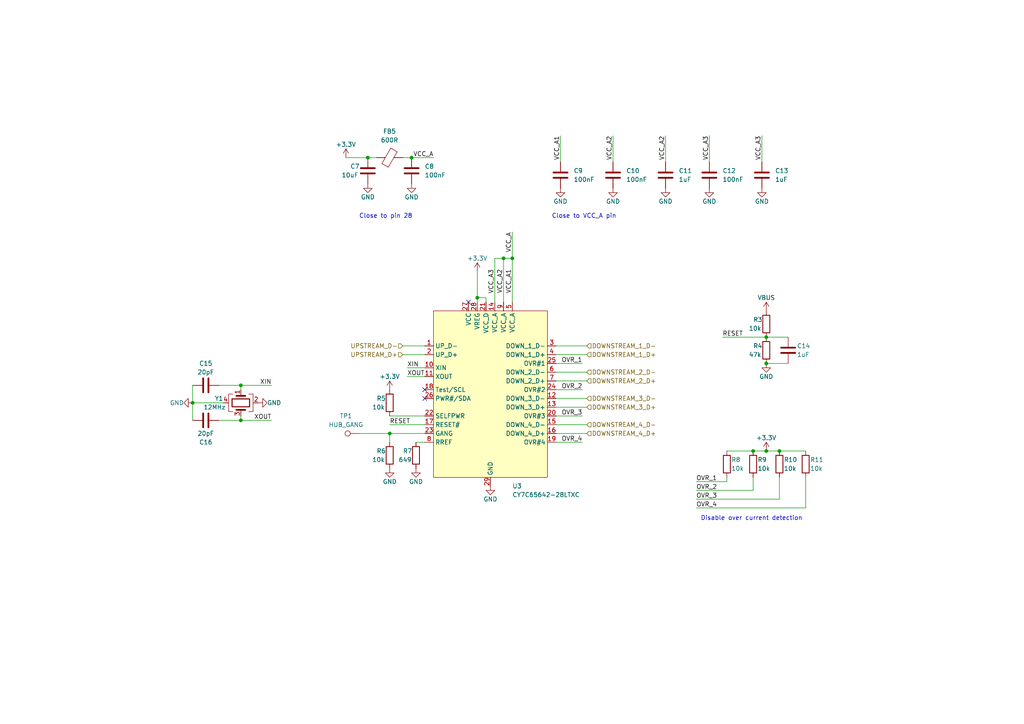
<source format=kicad_sch>
(kicad_sch (version 20211123) (generator eeschema)
  (paper "A4")
  (lib_symbols
    (symbol "Connector:TestPoint" (pin_numbers hide) (pin_names (offset 0.762) hide)
      (property "Reference" "TP" (at 0 6.858 0))
      (property "Value" "TestPoint" (at 0 5.08 0))
      (symbol "TestPoint_0_1"
        (circle (center 0 3.302) (radius 0.762))
      )
      (symbol "TestPoint_1_1"
        (pin passive line (at 0 0 90) (length 2.54) (name "1") (number "1"))
      )
    )
    (symbol "Device:C" (pin_numbers hide) (pin_names (offset 0.254))
      (property "Reference" "C" (at 0.635 2.54 0))
      (property "Value" "C" (at 0.635 -2.54 0))
      (symbol "C_0_1"
        (polyline (pts (xy -2.032 -0.762) (xy 2.032 -0.762)) (stroke (width 0.508)))
        (polyline (pts (xy -2.032 0.762) (xy 2.032 0.762)) (stroke (width 0.508)))
      )
      (symbol "C_1_1"
        (pin passive line (at 0 3.81 270) (length 2.794) (name "~") (number "1"))
        (pin passive line (at 0 -3.81 90) (length 2.794) (name "~") (number "2"))
      )
    )
    (symbol "Device:Crystal_GND24" (pin_names (offset 1.016) hide)
      (property "Reference" "Y" (at 3.175 5.08 0))
      (property "Value" "Crystal_GND24" (at 3.175 3.175 0))
      (symbol "Crystal_GND24_0_1"
        (rectangle (start -1.143 2.54) (end 1.143 -2.54) (stroke (width 0.3048)))
        (polyline (pts (xy -2.54 0) (xy -2.032 0)))
        (polyline (pts (xy -2.032 -1.27) (xy -2.032 1.27)) (stroke (width 0.508)))
        (polyline (pts (xy 0 -3.81) (xy 0 -3.556)))
        (polyline (pts (xy 0 3.556) (xy 0 3.81)))
        (polyline (pts (xy 2.032 -1.27) (xy 2.032 1.27)) (stroke (width 0.508)))
        (polyline (pts (xy 2.032 0) (xy 2.54 0)))
        (polyline (pts (xy -2.54 -2.286) (xy -2.54 -3.556) (xy 2.54 -3.556) (xy 2.54 -2.286)))
        (polyline (pts (xy -2.54 2.286) (xy -2.54 3.556) (xy 2.54 3.556) (xy 2.54 2.286)))
      )
      (symbol "Crystal_GND24_1_1"
        (pin passive line (at -3.81 0 0) (length 1.27) (name "1") (number "1"))
        (pin passive line (at 0 5.08 270) (length 1.27) (name "2") (number "2"))
        (pin passive line (at 3.81 0 180) (length 1.27) (name "3") (number "3"))
        (pin passive line (at 0 -5.08 90) (length 1.27) (name "4") (number "4"))
      )
    )
    (symbol "Device:FerriteBead" (pin_numbers hide) (pin_names (offset 0))
      (property "Reference" "FB" (at -3.81 0.635 90))
      (property "Value" "FerriteBead" (at 3.81 0 90))
      (symbol "FerriteBead_0_1"
        (polyline (pts (xy 0 -1.27) (xy 0 -1.2192)))
        (polyline (pts (xy 0 1.27) (xy 0 1.2954)))
        (polyline (pts (xy -2.7686 0.4064) (xy -1.7018 2.2606) (xy 2.7686 -0.3048) (xy 1.6764 -2.159) (xy -2.7686 0.4064)))
      )
      (symbol "FerriteBead_1_1"
        (pin passive line (at 0 3.81 270) (length 2.54) (name "~") (number "1"))
        (pin passive line (at 0 -3.81 90) (length 2.54) (name "~") (number "2"))
      )
    )
    (symbol "Device:R" (pin_numbers hide) (pin_names (offset 0))
      (property "Reference" "R" (at 2.032 0 90))
      (property "Value" "R" (at 0 0 90))
      (symbol "R_0_1"
        (rectangle (start -1.016 -2.54) (end 1.016 2.54) (stroke (width 0.254)))
      )
      (symbol "R_1_1"
        (pin passive line (at 0 3.81 270) (length 1.27) (name "~") (number "1"))
        (pin passive line (at 0 -3.81 90) (length 1.27) (name "~") (number "2"))
      )
    )
    (symbol "keypad:CY7C65642-28LTXC"
      (property "Reference" "U?" (at 6.35 -26.67 0))
      (property "Value" "CY7C65642-28LTXC" (at 15.24 -29.21 0))
      (symbol "CY7C65642-28LTXC_0_0"
        (pin tri_state line (at -19.05 13.97 0) (length 2.54) (name "UP_D-") (number "1"))
        (pin input line (at -19.05 7.62 0) (length 2.54) (name "XIN") (number "10"))
        (pin output line (at -19.05 5.08 0) (length 2.54) (name "XOUT") (number "11"))
        (pin tri_state line (at 19.05 -1.27 180) (length 2.54) (name "DOWN_3_D-") (number "12"))
        (pin tri_state line (at 19.05 -3.81 180) (length 2.54) (name "DOWN_3_D+") (number "13"))
        (pin power_in line (at 1.27 26.67 270) (length 2.54) (name "VCC_A") (number "14"))
        (pin tri_state line (at 19.05 -8.89 180) (length 2.54) (name "DOWN_4_D-") (number "15"))
        (pin tri_state line (at 19.05 -11.43 180) (length 2.54) (name "DOWN_4_D+") (number "16"))
        (pin input line (at -19.05 -8.89 0) (length 2.54) (name "RESET#") (number "17"))
        (pin bidirectional line (at -19.05 1.27 0) (length 2.54) (name "Test/SCL") (number "18"))
        (pin input line (at 19.05 -13.97 180) (length 2.54) (name "OVR#4") (number "19"))
        (pin tri_state line (at -19.05 11.43 0) (length 2.54) (name "UP_D+") (number "2"))
        (pin input line (at 19.05 -6.35 180) (length 2.54) (name "OVR#3") (number "20"))
        (pin power_in line (at -1.27 26.67 270) (length 2.54) (name "VCC_D") (number "21"))
        (pin input line (at -19.05 -6.35 0) (length 2.54) (name "SELFPWR") (number "22"))
        (pin bidirectional line (at -19.05 -11.43 0) (length 2.54) (name "GANG") (number "23"))
        (pin input line (at 19.05 1.27 180) (length 2.54) (name "OVR#2") (number "24"))
        (pin input line (at 19.05 8.89 180) (length 2.54) (name "OVR#1") (number "25"))
        (pin bidirectional line (at -19.05 -1.27 0) (length 2.54) (name "PWR#/SDA") (number "26"))
        (pin power_in line (at -6.35 26.67 270) (length 2.54) (name "VCC") (number "27"))
        (pin power_in line (at -3.81 26.67 270) (length 2.54) (name "VREG") (number "28"))
        (pin power_in line (at 0 -26.67 90) (length 2.54) (name "GND") (number "29"))
        (pin tri_state line (at 19.05 13.97 180) (length 2.54) (name "DOWN_1_D-") (number "3"))
        (pin tri_state line (at 19.05 11.43 180) (length 2.54) (name "DOWN_1_D+") (number "4"))
        (pin power_in line (at 6.35 26.67 270) (length 2.54) (name "VCC_A") (number "5"))
        (pin tri_state line (at 19.05 6.35 180) (length 2.54) (name "DOWN_2_D-") (number "6"))
        (pin tri_state line (at 19.05 3.81 180) (length 2.54) (name "DOWN_2_D+") (number "7"))
        (pin bidirectional line (at -19.05 -13.97 0) (length 2.54) (name "RREF") (number "8"))
        (pin power_in line (at 3.81 26.67 270) (length 2.54) (name "VCC_A") (number "9"))
      )
      (symbol "CY7C65642-28LTXC_0_1"
        (rectangle (start -16.51 24.13) (end 16.51 -24.13) (fill (type background)))
      )
    )
    (symbol "power:+3.3V" (power) (pin_names (offset 0))
      (property "Value" "+3.3V" (at 0 3.556 0))
      (symbol "+3.3V_0_1"
        (polyline (pts (xy -0.762 1.27) (xy 0 2.54)))
        (polyline (pts (xy 0 0) (xy 0 2.54)))
        (polyline (pts (xy 0 2.54) (xy 0.762 1.27)))
      )
      (symbol "+3.3V_1_1"
        (pin power_in line (at 0 0 90) (length 0) hide (name "+3.3V") (number "1"))
      )
    )
    (symbol "power:GND" (power) (pin_names (offset 0))
      (property "Value" "GND" (at 0 -3.81 0))
      (symbol "GND_0_1"
        (polyline (pts (xy 0 0) (xy 0 -1.27) (xy 1.27 -1.27) (xy 0 -2.54) (xy -1.27 -1.27) (xy 0 -1.27)))
      )
      (symbol "GND_1_1"
        (pin power_in line (at 0 0 270) (length 0) hide (name "GND") (number "1"))
      )
    )
    (symbol "power:VBUS" (power) (pin_names (offset 0))
      (property "Value" "VBUS" (at 0 3.81 0))
      (symbol "VBUS_0_1"
        (polyline (pts (xy -0.762 1.27) (xy 0 2.54)))
        (polyline (pts (xy 0 0) (xy 0 2.54)))
        (polyline (pts (xy 0 2.54) (xy 0.762 1.27)))
      )
      (symbol "VBUS_1_1"
        (pin power_in line (at 0 0 90) (length 0) hide (name "VBUS") (number "1"))
      )
    )
  )
  (junction (at 222.25 130.81))
  (junction (at 69.85 121.92))
  (junction (at 218.44 130.81))
  (junction (at 222.25 97.79))
  (junction (at 148.59 74.93))
  (junction (at 113.03 125.73))
  (junction (at 119.38 45.72))
  (junction (at 55.88 116.84))
  (junction (at 138.43 86.36))
  (junction (at 222.25 105.41))
  (junction (at 226.06 130.81))
  (junction (at 146.05 74.93))
  (junction (at 69.85 111.76))
  (junction (at 106.68 45.72))
  (no_connect (at 123.19 113.03))
  (no_connect (at 135.89 87.63))
  (no_connect (at 123.19 115.57))
  (wire (pts (xy 146.05 74.93) (xy 146.05 87.63)))
  (wire (pts (xy 222.25 105.41) (xy 228.6 105.41)))
  (wire (pts (xy 209.55 97.79) (xy 222.25 97.79)))
  (wire (pts (xy 63.5 121.92) (xy 69.85 121.92)))
  (wire (pts (xy 170.18 123.19) (xy 161.29 123.19)))
  (wire (pts (xy 168.91 113.03) (xy 161.29 113.03)))
  (wire (pts (xy 205.74 39.37) (xy 205.74 46.99)))
  (wire (pts (xy 140.97 86.36) (xy 140.97 87.63)))
  (wire (pts (xy 118.11 109.22) (xy 123.19 109.22)))
  (wire (pts (xy 116.84 102.87) (xy 123.19 102.87)))
  (wire (pts (xy 218.44 142.24) (xy 218.44 138.43)))
  (wire (pts (xy 113.03 125.73) (xy 113.03 128.27)))
  (wire (pts (xy 170.18 102.87) (xy 161.29 102.87)))
  (wire (pts (xy 100.33 45.72) (xy 106.68 45.72)))
  (wire (pts (xy 143.51 74.93) (xy 146.05 74.93)))
  (wire (pts (xy 69.85 121.92) (xy 69.85 120.65)))
  (wire (pts (xy 78.74 111.76) (xy 69.85 111.76)))
  (wire (pts (xy 113.03 120.65) (xy 123.19 120.65)))
  (wire (pts (xy 120.65 128.27) (xy 123.19 128.27)))
  (wire (pts (xy 170.18 118.11) (xy 161.29 118.11)))
  (wire (pts (xy 63.5 111.76) (xy 69.85 111.76)))
  (wire (pts (xy 55.88 116.84) (xy 64.77 116.84)))
  (wire (pts (xy 55.88 116.84) (xy 55.88 121.92)))
  (wire (pts (xy 170.18 100.33) (xy 161.29 100.33)))
  (wire (pts (xy 220.98 39.37) (xy 220.98 46.99)))
  (wire (pts (xy 118.11 106.68) (xy 123.19 106.68)))
  (wire (pts (xy 226.06 144.78) (xy 226.06 138.43)))
  (wire (pts (xy 226.06 130.81) (xy 233.68 130.81)))
  (wire (pts (xy 201.93 144.78) (xy 226.06 144.78)))
  (wire (pts (xy 138.43 86.36) (xy 138.43 87.63)))
  (wire (pts (xy 201.93 147.32) (xy 233.68 147.32)))
  (wire (pts (xy 193.04 39.37) (xy 193.04 46.99)))
  (wire (pts (xy 69.85 111.76) (xy 69.85 113.03)))
  (wire (pts (xy 116.84 100.33) (xy 123.19 100.33)))
  (wire (pts (xy 113.03 123.19) (xy 123.19 123.19)))
  (wire (pts (xy 170.18 110.49) (xy 161.29 110.49)))
  (wire (pts (xy 138.43 86.36) (xy 138.43 78.74)))
  (wire (pts (xy 170.18 107.95) (xy 161.29 107.95)))
  (wire (pts (xy 104.14 125.73) (xy 113.03 125.73)))
  (wire (pts (xy 69.85 121.92) (xy 78.74 121.92)))
  (wire (pts (xy 148.59 74.93) (xy 148.59 87.63)))
  (wire (pts (xy 168.91 105.41) (xy 161.29 105.41)))
  (wire (pts (xy 162.56 39.37) (xy 162.56 46.99)))
  (wire (pts (xy 210.82 130.81) (xy 218.44 130.81)))
  (wire (pts (xy 170.18 125.73) (xy 161.29 125.73)))
  (wire (pts (xy 177.8 39.37) (xy 177.8 46.99)))
  (wire (pts (xy 168.91 120.65) (xy 161.29 120.65)))
  (wire (pts (xy 222.25 130.81) (xy 218.44 130.81)))
  (wire (pts (xy 210.82 139.7) (xy 210.82 138.43)))
  (wire (pts (xy 201.93 139.7) (xy 210.82 139.7)))
  (wire (pts (xy 222.25 97.79) (xy 228.6 97.79)))
  (wire (pts (xy 119.38 45.72) (xy 116.84 45.72)))
  (wire (pts (xy 138.43 86.36) (xy 140.97 86.36)))
  (wire (pts (xy 143.51 74.93) (xy 143.51 87.63)))
  (wire (pts (xy 233.68 147.32) (xy 233.68 138.43)))
  (wire (pts (xy 123.19 125.73) (xy 113.03 125.73)))
  (wire (pts (xy 168.91 128.27) (xy 161.29 128.27)))
  (wire (pts (xy 106.68 45.72) (xy 109.22 45.72)))
  (wire (pts (xy 201.93 142.24) (xy 218.44 142.24)))
  (wire (pts (xy 55.88 111.76) (xy 55.88 116.84)))
  (wire (pts (xy 148.59 67.31) (xy 148.59 74.93)))
  (wire (pts (xy 170.18 115.57) (xy 161.29 115.57)))
  (wire (pts (xy 146.05 74.93) (xy 148.59 74.93)))
  (wire (pts (xy 222.25 130.81) (xy 226.06 130.81)))
  (wire (pts (xy 125.73 45.72) (xy 119.38 45.72)))
  (text "Disable over current detection" (at 203.2 151.13 0) (effects (font (size 1.27 1.27)) (justify left bottom)))
  (text "Close to pin 28" (at 104.14 63.5 0) (effects (font (size 1.27 1.27)) (justify left bottom)))
  (text "Close to VCC_A pin" (at 160.02 63.5 0) (effects (font (size 1.27 1.27)) (justify left bottom)))
  (label "VCC_A1" (at 148.59 85.09 90))
  (label "VCC_A1" (at 162.56 39.37 270))
  (label "OVR_4" (at 168.91 128.27 180))
  (label "VCC_A" (at 148.59 67.31 270))
  (label "VCC_A2" (at 146.05 85.09 90))
  (label "OVR_1" (at 168.91 105.41 180))
  (label "RESET" (at 113.03 123.19 0))
  (label "OVR_3" (at 168.91 120.65 180))
  (label "VCC_A3" (at 205.74 39.37 270))
  (label "OVR_4" (at 201.93 147.32 0))
  (label "XOUT" (at 78.74 121.92 180))
  (label "VCC_A3" (at 220.98 39.37 270))
  (label "XIN" (at 78.74 111.76 180))
  (label "XIN" (at 118.11 106.68 0))
  (label "OVR_1" (at 201.93 139.7 0))
  (label "XOUT" (at 118.11 109.22 0))
  (label "VCC_A3" (at 143.51 85.1546 90))
  (label "OVR_2" (at 201.93 142.24 0))
  (label "VCC_A2" (at 177.8 39.37 270))
  (label "OVR_3" (at 201.93 144.78 0))
  (label "OVR_2" (at 168.91 113.03 180))
  (label "VCC_A2" (at 193.04 39.37 270))
  (label "RESET" (at 209.55 97.79 0))
  (label "VCC_A" (at 125.73 45.72 180))
  (hierarchical_label "DOWNSTREAM_3_D+" (shape input) (at 170.18 118.11 0))
  (hierarchical_label "UPSTREAM_D+" (shape input) (at 116.84 102.87 180))
  (hierarchical_label "DOWNSTREAM_1_D-" (shape input) (at 170.18 100.33 0))
  (hierarchical_label "DOWNSTREAM_2_D-" (shape input) (at 170.18 107.95 0))
  (hierarchical_label "UPSTREAM_D-" (shape input) (at 116.84 100.33 180))
  (hierarchical_label "DOWNSTREAM_3_D-" (shape input) (at 170.18 115.57 0))
  (hierarchical_label "DOWNSTREAM_1_D+" (shape input) (at 170.18 102.87 0))
  (hierarchical_label "DOWNSTREAM_4_D+" (shape input) (at 170.18 125.73 0))
  (hierarchical_label "DOWNSTREAM_4_D-" (shape input) (at 170.18 123.19 0))
  (hierarchical_label "DOWNSTREAM_2_D+" (shape input) (at 170.18 110.49 0))
  (symbol (lib_id "Device:C") (at 119.38 49.53 0) (unit 1)
    (property "Reference" "C8" (at 123.19 48.2599 0) (effects (justify left)))
    (property "Value" "100nF" (at 123.19 50.7999 0) (effects (justify left)))
    (property "Footprint" "Capacitor_SMD:C_0402_1005Metric" (effects hide))
    (property "JLCPCB Part #" "C1525" (effects hide))
    (property "MFR. Part #" "CL05B104KO5NNNC" (effects hide))
  )
  (symbol (lib_id "power:GND") (at 119.38 53.34 0) (unit 1)
    (property "Reference" "#PWR0128" (effects hide))
    (property "Value" "GND" (at 119.38 57.15 0))
  )
  (symbol (lib_id "Device:C") (at 177.8 50.8 0) (unit 1)
    (property "Reference" "C10" (at 181.61 49.5299 0) (effects (justify left)))
    (property "Value" "100nF" (at 181.61 52.0699 0) (effects (justify left)))
    (property "Footprint" "Capacitor_SMD:C_0402_1005Metric" (effects hide))
    (property "JLCPCB Part #" "C1525" (effects hide))
    (property "MFR. Part #" "CL05B104KO5NNNC" (effects hide))
  )
  (symbol (lib_id "power:GND") (at 113.03 135.89 0) (unit 1)
    (property "Reference" "#PWR0137" (effects hide))
    (property "Value" "GND" (at 113.03 139.7 0))
  )
  (symbol (lib_id "power:GND") (at 55.88 116.84 270) (unit 1)
    (property "Reference" "#PWR0140" (effects hide))
    (property "Value" "GND" (at 53.34 116.84 90) (effects (justify right)))
  )
  (symbol (lib_id "Device:FerriteBead") (at 113.03 45.72 90) (unit 1)
    (property "Reference" "FB5" (at 112.9792 38.1 90))
    (property "Value" "600R" (at 112.9792 40.64 90))
    (property "Footprint" "Inductor_SMD:L_0805_2012Metric" (effects hide))
    (property "JLCPCB Part #" "C1017" (effects hide))
    (property "MFR. Part #" "GZ2012D601TF" (effects hide))
  )
  (symbol (lib_id "Device:R") (at 226.06 134.62 0) (unit 1)
    (property "Reference" "R10" (at 227.33 133.35 0) (effects (justify left)))
    (property "Value" "10k" (at 227.33 135.89 0) (effects (justify left)))
    (property "Footprint" "Resistor_SMD:R_0402_1005Metric" (effects hide))
    (property "JLCPCB Part #" "C25744" (effects hide))
    (property "MFR. Part #" "0402WGF1002TCE" (effects hide))
  )
  (symbol (lib_id "Device:R") (at 222.25 93.98 0) (unit 1)
    (property "Reference" "R3" (at 218.44 92.71 0) (effects (justify left)))
    (property "Value" "10k" (at 217.17 95.25 0) (effects (justify left)))
    (property "Footprint" "Resistor_SMD:R_0402_1005Metric" (effects hide))
    (property "JLCPCB Part #" "C25744" (effects hide))
    (property "MFR. Part #" "0402WGF1002TCE" (effects hide))
  )
  (symbol (lib_id "Device:R") (at 218.44 134.62 0) (unit 1)
    (property "Reference" "R9" (at 219.71 133.35 0) (effects (justify left)))
    (property "Value" "10k" (at 219.71 135.89 0) (effects (justify left)))
    (property "Footprint" "Resistor_SMD:R_0402_1005Metric" (effects hide))
    (property "JLCPCB Part #" "C25744" (effects hide))
    (property "MFR. Part #" "0402WGF1002TCE" (effects hide))
  )
  (symbol (lib_id "Device:C") (at 205.74 50.8 0) (unit 1)
    (property "Reference" "C12" (at 209.55 49.5299 0) (effects (justify left)))
    (property "Value" "100nF" (at 209.55 52.0699 0) (effects (justify left)))
    (property "Footprint" "Capacitor_SMD:C_0402_1005Metric" (effects hide))
    (property "JLCPCB Part #" "C1525" (effects hide))
    (property "MFR. Part #" "CL05B104KO5NNNC" (effects hide))
  )
  (symbol (lib_id "Device:R") (at 233.68 134.62 0) (unit 1)
    (property "Reference" "R11" (at 234.95 133.35 0) (effects (justify left)))
    (property "Value" "10k" (at 234.95 135.89 0) (effects (justify left)))
    (property "Footprint" "Resistor_SMD:R_0402_1005Metric" (effects hide))
    (property "JLCPCB Part #" "C25744" (effects hide))
    (property "MFR. Part #" "0402WGF1002TCE" (effects hide))
  )
  (symbol (lib_id "Device:R") (at 113.03 116.84 0) (unit 1)
    (property "Reference" "R5" (at 109.22 115.57 0) (effects (justify left)))
    (property "Value" "10k" (at 107.95 118.11 0) (effects (justify left)))
    (property "Footprint" "Resistor_SMD:R_0402_1005Metric" (effects hide))
    (property "JLCPCB Part #" "C25744" (effects hide))
    (property "MFR. Part #" "0402WGF1002TCE" (effects hide))
  )
  (symbol (lib_id "Device:C") (at 162.56 50.8 0) (unit 1)
    (property "Reference" "C9" (at 166.37 49.5299 0) (effects (justify left)))
    (property "Value" "100nF" (at 166.37 52.0699 0) (effects (justify left)))
    (property "Footprint" "Capacitor_SMD:C_0402_1005Metric" (effects hide))
    (property "JLCPCB Part #" "C1525" (effects hide))
    (property "MFR. Part #" "CL05B104KO5NNNC" (effects hide))
  )
  (symbol (lib_id "Device:Crystal_GND24") (at 69.85 116.84 270) (unit 1)
    (property "Reference" "Y1" (at 63.5 115.57 90))
    (property "Value" "12MHz" (at 62.23 118.11 90))
    (property "Footprint" "Crystal:Crystal_SMD_3225-4Pin_3.2x2.5mm" (effects hide))
    (property "JLCPCB Part #" "C9002" (effects hide))
    (property "MFR. Part #" "X322512MSB4SI" (effects hide))
  )
  (symbol (lib_id "power:+3.3V") (at 222.25 130.81 0) (unit 1)
    (property "Reference" "#PWR0125" (effects hide))
    (property "Value" "+3.3V" (at 222.25 127 0))
  )
  (symbol (lib_id "power:GND") (at 222.25 105.41 0) (unit 1)
    (property "Reference" "#PWR0126" (effects hide))
    (property "Value" "GND" (at 222.25 109.22 0))
  )
  (symbol (lib_id "Device:C") (at 59.69 111.76 90) (unit 1)
    (property "Reference" "C15" (at 59.69 105.41 90))
    (property "Value" "20pF" (at 59.69 107.95 90))
    (property "Footprint" "Capacitor_SMD:C_0402_1005Metric" (effects hide))
    (property "JLCPCB Part #" "C1554" (effects hide))
    (property "MFR. Part #" "0402CG200J500NT" (effects hide))
  )
  (symbol (lib_id "Connector:TestPoint") (at 104.14 125.73 90) (unit 1)
    (property "Reference" "TP1" (at 100.33 120.65 90))
    (property "Value" "HUB_GANG" (at 100.33 123.19 90))
    (property "Footprint" "TestPoint:TestPoint_Pad_D2.0mm" (effects hide))
  )
  (symbol (lib_id "power:+3.3V") (at 138.43 78.74 0) (unit 1)
    (property "Reference" "#PWR0127" (effects hide))
    (property "Value" "+3.3V" (at 138.43 74.93 0))
  )
  (symbol (lib_id "power:GND") (at 142.24 140.97 0) (unit 1)
    (property "Reference" "#PWR0136" (effects hide))
    (property "Value" "GND" (at 142.24 144.78 0))
  )
  (symbol (lib_id "power:+3.3V") (at 113.03 113.03 0) (unit 1)
    (property "Reference" "#PWR0141" (effects hide))
    (property "Value" "+3.3V" (at 113.03 109.22 0))
  )
  (symbol (lib_id "power:GND") (at 193.04 54.61 0) (unit 1)
    (property "Reference" "#PWR0135" (effects hide))
    (property "Value" "GND" (at 193.04 58.42 0))
  )
  (symbol (lib_id "Device:C") (at 106.68 49.53 0) (unit 1)
    (property "Reference" "C7" (at 101.6 48.26 0) (effects (justify left)))
    (property "Value" "10uF" (at 99.06 50.8 0) (effects (justify left)))
    (property "Footprint" "Capacitor_SMD:C_0402_1005Metric" (effects hide))
    (property "JLCPCB Part #" "C15525" (effects hide))
    (property "MFR. Part #" "CL05A106MQ5NUNC" (effects hide))
  )
  (symbol (lib_id "Device:C") (at 220.98 50.8 0) (unit 1)
    (property "Reference" "C13" (at 224.79 49.5299 0) (effects (justify left)))
    (property "Value" "1uF" (at 224.79 52.0699 0) (effects (justify left)))
    (property "Footprint" "Capacitor_SMD:C_0402_1005Metric" (effects hide))
    (property "JLCPCB Part #" "C52923" (effects hide))
    (property "MFR. Part #" "CL05A105KA5NQNC" (effects hide))
  )
  (symbol (lib_id "power:VBUS") (at 222.25 90.17 0) (unit 1)
    (property "Reference" "#PWR0124" (effects hide))
    (property "Value" "VBUS" (at 222.25 86.36 0))
  )
  (symbol (lib_id "Device:R") (at 210.82 134.62 0) (unit 1)
    (property "Reference" "R8" (at 212.09 133.35 0) (effects (justify left)))
    (property "Value" "10k" (at 212.09 135.89 0) (effects (justify left)))
    (property "Footprint" "Resistor_SMD:R_0402_1005Metric" (effects hide))
    (property "JLCPCB Part #" "C25744" (effects hide))
    (property "MFR. Part #" "0402WGF1002TCE" (effects hide))
  )
  (symbol (lib_id "Device:R") (at 113.03 132.08 0) (unit 1)
    (property "Reference" "R6" (at 109.22 130.81 0) (effects (justify left)))
    (property "Value" "10k" (at 107.95 133.35 0) (effects (justify left)))
    (property "Footprint" "Resistor_SMD:R_0402_1005Metric" (effects hide))
    (property "JLCPCB Part #" "C25744" (effects hide))
    (property "MFR. Part #" "0402WGF1002TCE" (effects hide))
  )
  (symbol (lib_id "power:GND") (at 220.98 54.61 0) (unit 1)
    (property "Reference" "#PWR0132" (effects hide))
    (property "Value" "GND" (at 220.98 58.42 0))
  )
  (symbol (lib_id "power:GND") (at 74.93 116.84 90) (unit 1)
    (property "Reference" "#PWR0139" (effects hide))
    (property "Value" "GND" (at 77.47 116.84 90) (effects (justify right)))
  )
  (symbol (lib_id "power:GND") (at 205.74 54.61 0) (unit 1)
    (property "Reference" "#PWR0133" (effects hide))
    (property "Value" "GND" (at 205.74 58.42 0))
  )
  (symbol (lib_id "power:+3.3V") (at 100.33 45.72 0) (unit 1)
    (property "Reference" "#PWR0129" (effects hide))
    (property "Value" "+3.3V" (at 100.33 41.91 0))
  )
  (symbol (lib_id "power:GND") (at 177.8 54.61 0) (unit 1)
    (property "Reference" "#PWR0134" (effects hide))
    (property "Value" "GND" (at 177.8 58.42 0))
  )
  (symbol (lib_id "keypad:CY7C65642-28LTXC") (at 142.24 114.3 0) (unit 1)
    (property "Reference" "U3" (at 148.59 140.97 0) (effects (justify left)))
    (property "Value" "CY7C65642-28LTXC" (at 148.59 143.51 0) (effects (justify left)))
    (property "Footprint" "Package_DFN_QFN:QFN-28-1EP_5x5mm_P0.5mm_EP3.35x3.35mm_ThermalVias" (effects hide))
    (property "JLCPCB Part #" "C2759934" (effects hide))
    (property "MFR. Part #" "CY7C65642-28LTXC" (effects hide))
  )
  (symbol (lib_id "Device:R") (at 222.25 101.6 0) (unit 1)
    (property "Reference" "R4" (at 218.44 100.33 0) (effects (justify left)))
    (property "Value" "47k" (at 217.17 102.87 0) (effects (justify left)))
    (property "Footprint" "Resistor_SMD:R_0402_1005Metric" (effects hide))
    (property "JLCPCB Part #" "C25792" (effects hide))
    (property "MFR. Part #" "0402WGF4702TCE" (effects hide))
  )
  (symbol (lib_id "power:GND") (at 120.65 135.89 0) (unit 1)
    (property "Reference" "#PWR0138" (effects hide))
    (property "Value" "GND" (at 120.65 139.7 0))
  )
  (symbol (lib_id "power:GND") (at 106.68 53.34 0) (unit 1)
    (property "Reference" "#PWR0130" (effects hide))
    (property "Value" "GND" (at 106.68 57.15 0))
  )
  (symbol (lib_id "Device:C") (at 59.69 121.92 90) (unit 1)
    (property "Reference" "C16" (at 59.69 128.27 90))
    (property "Value" "20pF" (at 59.69 125.73 90))
    (property "Footprint" "Capacitor_SMD:C_0402_1005Metric" (effects hide))
    (property "JLCPCB Part #" "C1554" (effects hide))
    (property "MFR. Part #" "0402CG200J500NT" (effects hide))
  )
  (symbol (lib_id "power:GND") (at 162.56 54.61 0) (unit 1)
    (property "Reference" "#PWR0131" (effects hide))
    (property "Value" "GND" (at 162.56 58.42 0))
  )
  (symbol (lib_id "Device:C") (at 228.6 101.6 0) (unit 1)
    (property "Reference" "C14" (at 231.14 100.33 0) (effects (justify left)))
    (property "Value" "1uF" (at 231.14 102.87 0) (effects (justify left)))
    (property "Footprint" "Capacitor_SMD:C_0402_1005Metric" (effects hide))
    (property "JLCPCB Part #" "C52923" (effects hide))
    (property "MFR. Part #" "CL05A105KA5NQNC" (effects hide))
  )
  (symbol (lib_id "Device:R") (at 120.65 132.08 0) (unit 1)
    (property "Reference" "R7" (at 116.84 130.81 0) (effects (justify left)))
    (property "Value" "649" (at 115.57 133.35 0) (effects (justify left)))
    (property "Footprint" "Resistor_SMD:R_0402_1005Metric" (effects hide))
    (property "JLCPCB Part #" "C82294" (effects hide))
    (property "MFR. Part #" "0402WGF6490TCE" (effects hide))
  )
  (symbol (lib_id "Device:C") (at 193.04 50.8 0) (unit 1)
    (property "Reference" "C11" (at 196.85 49.5299 0) (effects (justify left)))
    (property "Value" "1uF" (at 196.85 52.0699 0) (effects (justify left)))
    (property "Footprint" "Capacitor_SMD:C_0402_1005Metric" (effects hide))
    (property "JLCPCB Part #" "C52923" (effects hide))
    (property "MFR. Part #" "CL05A105KA5NQNC" (effects hide))
  )
)
</source>
